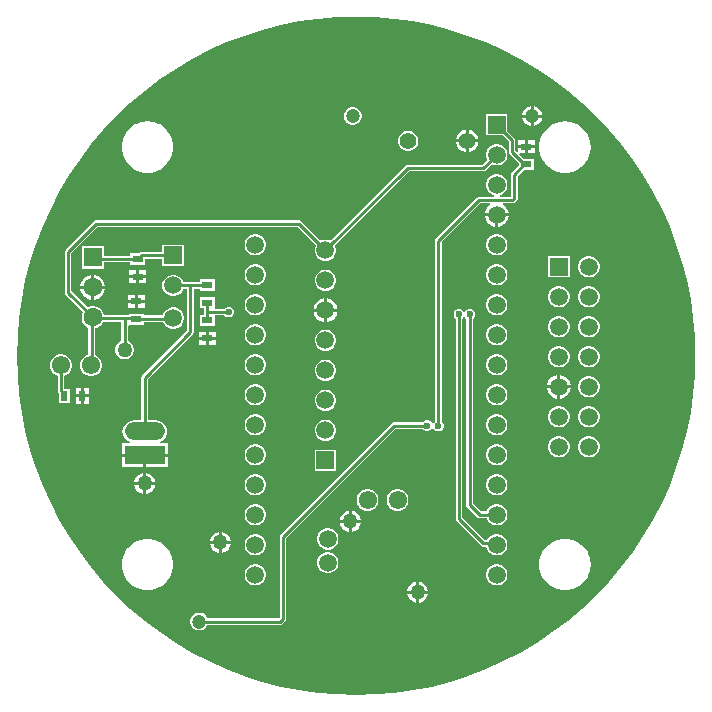
<source format=gbl>
G04*
G04 #@! TF.GenerationSoftware,Altium Limited,Altium Designer,22.7.1 (60)*
G04*
G04 Layer_Physical_Order=2*
G04 Layer_Color=16711680*
%FSLAX44Y44*%
%MOMM*%
G71*
G04*
G04 #@! TF.SameCoordinates,8A5828DB-0F62-4D68-8539-0FC61A56A6C0*
G04*
G04*
G04 #@! TF.FilePolarity,Positive*
G04*
G01*
G75*
%ADD18R,0.6000X0.9000*%
%ADD19R,0.9000X0.6000*%
%ADD44C,0.2540*%
%ADD45R,1.5000X1.5000*%
%ADD46C,1.5000*%
%ADD47C,1.5500*%
%ADD48C,1.2000*%
%ADD49C,1.3980*%
%ADD50R,1.6000X1.6000*%
%ADD51C,1.6000*%
%ADD52C,1.2700*%
%ADD53C,0.6000*%
%ADD54R,3.4000X1.5000*%
%ADD55O,3.4000X1.5000*%
G36*
X306103Y576740D02*
X322155Y575386D01*
X338106Y573134D01*
X353906Y569991D01*
X369505Y565968D01*
X384854Y561076D01*
X399904Y555331D01*
X414608Y548751D01*
X428920Y541357D01*
X442795Y533172D01*
X456190Y524222D01*
X469061Y514536D01*
X481369Y504142D01*
X493075Y493075D01*
X504142Y481369D01*
X514536Y469061D01*
X524222Y456190D01*
X533172Y442795D01*
X541357Y428920D01*
X548751Y414608D01*
X555331Y399904D01*
X561076Y384854D01*
X565968Y369505D01*
X569991Y353906D01*
X573134Y338106D01*
X575386Y322155D01*
X576740Y306103D01*
X577192Y290000D01*
X576740Y273897D01*
X575386Y257845D01*
X573134Y241894D01*
X569991Y226094D01*
X565968Y210495D01*
X561076Y195147D01*
X555331Y180096D01*
X548751Y165392D01*
X541357Y151080D01*
X533172Y137205D01*
X524222Y123810D01*
X514536Y110939D01*
X504142Y98631D01*
X493075Y86925D01*
X481369Y75858D01*
X469061Y65464D01*
X456190Y55778D01*
X442795Y46828D01*
X428920Y38643D01*
X414608Y31249D01*
X399904Y24669D01*
X384854Y18924D01*
X369505Y14032D01*
X353906Y10008D01*
X338106Y6866D01*
X322155Y4614D01*
X306103Y3260D01*
X290000Y2808D01*
X273897Y3260D01*
X257845Y4614D01*
X241894Y6866D01*
X226094Y10008D01*
X210495Y14032D01*
X195147Y18924D01*
X180096Y24669D01*
X165392Y31249D01*
X151080Y38643D01*
X137205Y46828D01*
X123810Y55778D01*
X110939Y65464D01*
X98631Y75858D01*
X86925Y86925D01*
X75858Y98631D01*
X65464Y110939D01*
X55778Y123810D01*
X46828Y137205D01*
X38643Y151080D01*
X31249Y165392D01*
X24669Y180096D01*
X18924Y195147D01*
X14032Y210495D01*
X10008Y226094D01*
X6866Y241894D01*
X4614Y257845D01*
X3260Y273897D01*
X2808Y290000D01*
X3260Y306103D01*
X4614Y322155D01*
X6866Y338106D01*
X10008Y353906D01*
X14032Y369505D01*
X18924Y384854D01*
X24669Y399904D01*
X31249Y414608D01*
X38643Y428920D01*
X46828Y442795D01*
X55778Y456190D01*
X65464Y469061D01*
X75858Y481369D01*
X86925Y493075D01*
X98631Y504142D01*
X110939Y514536D01*
X123810Y524222D01*
X137205Y533172D01*
X151080Y541357D01*
X165392Y548751D01*
X180096Y555331D01*
X195147Y561076D01*
X210495Y565968D01*
X226094Y569991D01*
X241894Y573134D01*
X257845Y575386D01*
X273897Y576740D01*
X290000Y577192D01*
X306103Y576740D01*
D02*
G37*
%LPC*%
G36*
X440270Y501501D02*
Y494270D01*
X447501D01*
X446958Y496296D01*
X445834Y498244D01*
X444244Y499834D01*
X442296Y500958D01*
X440270Y501501D01*
D02*
G37*
G36*
X437730Y501501D02*
X435704Y500958D01*
X433756Y499834D01*
X432166Y498244D01*
X431042Y496296D01*
X430499Y494270D01*
X437730D01*
Y501501D01*
D02*
G37*
G36*
X468750Y488430D02*
X464810D01*
X464654Y488365D01*
X464488Y488398D01*
X460624Y487629D01*
X460484Y487535D01*
X460315D01*
X456675Y486028D01*
X456556Y485908D01*
X456390Y485875D01*
X453114Y483687D01*
X453020Y483546D01*
X452864Y483481D01*
X450079Y480696D01*
X450014Y480540D01*
X449873Y480446D01*
X447685Y477170D01*
X447652Y477004D01*
X447532Y476885D01*
X446025Y473245D01*
Y473076D01*
X445931Y472936D01*
X445162Y469072D01*
X445195Y468906D01*
X445130Y468750D01*
Y464810D01*
X445195Y464654D01*
X445162Y464488D01*
X445931Y460624D01*
X446025Y460484D01*
Y460315D01*
X447532Y456675D01*
X447652Y456556D01*
X447685Y456390D01*
X449873Y453114D01*
X450014Y453020D01*
X450079Y452864D01*
X452864Y450079D01*
X453020Y450014D01*
X453114Y449873D01*
X456390Y447685D01*
X456556Y447652D01*
X456675Y447532D01*
X460315Y446025D01*
X460484D01*
X460624Y445931D01*
X464488Y445162D01*
X464654Y445195D01*
X464810Y445130D01*
X468750D01*
X468906Y445195D01*
X469072Y445162D01*
X472936Y445931D01*
X473076Y446025D01*
X473245D01*
X476885Y447532D01*
X477004Y447652D01*
X477170Y447685D01*
X480446Y449873D01*
X480540Y450014D01*
X480696Y450079D01*
X483481Y452864D01*
X483546Y453020D01*
X483687Y453114D01*
X485875Y456390D01*
X485908Y456556D01*
X486028Y456675D01*
X487535Y460315D01*
Y460484D01*
X487629Y460624D01*
X488398Y464488D01*
X488365Y464654D01*
X488430Y464810D01*
Y468750D01*
X488365Y468906D01*
X488398Y469072D01*
X487629Y472936D01*
X487535Y473076D01*
Y473245D01*
X486028Y476885D01*
X485908Y477004D01*
X485875Y477170D01*
X483687Y480446D01*
X483546Y480540D01*
X483481Y480696D01*
X480696Y483481D01*
X480540Y483546D01*
X480446Y483687D01*
X477170Y485875D01*
X477004Y485908D01*
X476885Y486028D01*
X473245Y487535D01*
X473076D01*
X472936Y487629D01*
X469072Y488398D01*
X468906Y488365D01*
X468750Y488430D01*
D02*
G37*
G36*
X115190D02*
X111250D01*
X111094Y488365D01*
X110928Y488398D01*
X107064Y487629D01*
X106924Y487535D01*
X106755D01*
X103115Y486028D01*
X102996Y485908D01*
X102830Y485875D01*
X99554Y483687D01*
X99460Y483546D01*
X99304Y483481D01*
X96518Y480696D01*
X96454Y480540D01*
X96313Y480446D01*
X94125Y477170D01*
X94092Y477004D01*
X93972Y476885D01*
X92465Y473245D01*
Y473076D01*
X92371Y472936D01*
X91602Y469072D01*
X91635Y468906D01*
X91570Y468750D01*
Y464810D01*
X91635Y464654D01*
X91602Y464488D01*
X92371Y460624D01*
X92465Y460484D01*
Y460315D01*
X93972Y456675D01*
X94092Y456556D01*
X94125Y456390D01*
X96313Y453114D01*
X96454Y453020D01*
X96518Y452864D01*
X99304Y450079D01*
X99460Y450014D01*
X99554Y449873D01*
X102830Y447685D01*
X102996Y447652D01*
X103115Y447532D01*
X106755Y446025D01*
X106924D01*
X107064Y445931D01*
X110928Y445162D01*
X111094Y445195D01*
X111250Y445130D01*
X115190D01*
X115346Y445195D01*
X115512Y445162D01*
X119376Y445931D01*
X119516Y446025D01*
X119685D01*
X123325Y447532D01*
X123444Y447652D01*
X123610Y447685D01*
X126886Y449873D01*
X126980Y450014D01*
X127136Y450079D01*
X129921Y452864D01*
X129986Y453020D01*
X130127Y453114D01*
X132315Y456390D01*
X132348Y456556D01*
X132468Y456675D01*
X133975Y460315D01*
Y460484D01*
X134069Y460624D01*
X134838Y464488D01*
X134805Y464654D01*
X134870Y464810D01*
Y468750D01*
X134805Y468906D01*
X134838Y469072D01*
X134069Y472936D01*
X133975Y473076D01*
Y473245D01*
X132468Y476885D01*
X132348Y477004D01*
X132315Y477170D01*
X130127Y480446D01*
X129986Y480540D01*
X129921Y480696D01*
X127136Y483481D01*
X126980Y483546D01*
X126886Y483687D01*
X123610Y485875D01*
X123444Y485908D01*
X123325Y486028D01*
X119685Y487535D01*
X119516D01*
X119376Y487629D01*
X115512Y488398D01*
X115346Y488365D01*
X115190Y488430D01*
D02*
G37*
G36*
X287991Y500524D02*
X286010D01*
X284096Y500011D01*
X282380Y499021D01*
X280979Y497620D01*
X279989Y495904D01*
X279476Y493991D01*
Y492010D01*
X279989Y490096D01*
X280979Y488380D01*
X282380Y486979D01*
X284096Y485989D01*
X286010Y485476D01*
X287991D01*
X289904Y485989D01*
X291620Y486979D01*
X293021Y488380D01*
X294011Y490096D01*
X294524Y492010D01*
Y493991D01*
X294011Y495904D01*
X293021Y497620D01*
X291620Y499021D01*
X289904Y500011D01*
X287991Y500524D01*
D02*
G37*
G36*
X437730Y491730D02*
X430499D01*
X431042Y489704D01*
X432166Y487756D01*
X433756Y486166D01*
X435704Y485042D01*
X437730Y484499D01*
Y491730D01*
D02*
G37*
G36*
X447501D02*
X440270D01*
Y484499D01*
X442296Y485042D01*
X444244Y486166D01*
X445834Y487756D01*
X446958Y489704D01*
X447501Y491730D01*
D02*
G37*
G36*
X385270Y481526D02*
Y473270D01*
X393526D01*
X392881Y475678D01*
X391626Y477852D01*
X389852Y479626D01*
X387678Y480881D01*
X385270Y481526D01*
D02*
G37*
G36*
X382730D02*
X380322Y480881D01*
X378148Y479626D01*
X376374Y477852D01*
X375119Y475678D01*
X374474Y473270D01*
X382730D01*
Y481526D01*
D02*
G37*
G36*
X441040Y472540D02*
X435270D01*
Y468270D01*
X441040D01*
Y472540D01*
D02*
G37*
G36*
X432730D02*
X426960D01*
Y468270D01*
X432730D01*
Y472540D01*
D02*
G37*
G36*
X335121Y480514D02*
X332879D01*
X330714Y479934D01*
X328772Y478813D01*
X327187Y477228D01*
X326066Y475286D01*
X325486Y473121D01*
Y470879D01*
X326066Y468714D01*
X327187Y466772D01*
X328772Y465187D01*
X330714Y464066D01*
X332879Y463486D01*
X335121D01*
X337286Y464066D01*
X339228Y465187D01*
X340813Y466772D01*
X341934Y468714D01*
X342514Y470879D01*
Y473121D01*
X341934Y475286D01*
X340813Y477228D01*
X339228Y478813D01*
X337286Y479934D01*
X335121Y480514D01*
D02*
G37*
G36*
X382730Y470730D02*
X374474D01*
X375119Y468321D01*
X376374Y466148D01*
X378148Y464374D01*
X380322Y463119D01*
X382730Y462474D01*
Y470730D01*
D02*
G37*
G36*
X393526D02*
X385270D01*
Y462474D01*
X387678Y463119D01*
X389852Y464374D01*
X391626Y466148D01*
X392881Y468321D01*
X393526Y470730D01*
D02*
G37*
G36*
X441040Y465730D02*
X435270D01*
Y461460D01*
X441040D01*
Y465730D01*
D02*
G37*
G36*
X410188Y469224D02*
X407812D01*
X405517Y468609D01*
X403459Y467421D01*
X401779Y465741D01*
X400591Y463683D01*
X399976Y461388D01*
Y459012D01*
X400591Y456717D01*
X400919Y456148D01*
X396620Y451849D01*
X333600D01*
X332510Y451632D01*
X331586Y451014D01*
X331586Y451014D01*
X268052Y387481D01*
X267483Y387809D01*
X265188Y388424D01*
X262812D01*
X260517Y387809D01*
X259948Y387481D01*
X243414Y404014D01*
X242490Y404632D01*
X241400Y404849D01*
X241400Y404849D01*
X70000D01*
X70000Y404849D01*
X68910Y404632D01*
X67986Y404014D01*
X43986Y380014D01*
X43368Y379090D01*
X43151Y378000D01*
X43151Y378000D01*
Y343600D01*
X43151Y343600D01*
X43368Y342510D01*
X43986Y341586D01*
X58553Y327018D01*
X58125Y326276D01*
X57476Y323854D01*
Y321346D01*
X58125Y318924D01*
X59379Y316752D01*
X61152Y314979D01*
X63324Y313725D01*
X63351Y313718D01*
Y291052D01*
X61820Y290642D01*
X59706Y289421D01*
X57979Y287694D01*
X56758Y285580D01*
X56126Y283221D01*
Y280779D01*
X56758Y278420D01*
X57979Y276306D01*
X59706Y274579D01*
X61820Y273358D01*
X64179Y272726D01*
X66621D01*
X68980Y273358D01*
X71094Y274579D01*
X72821Y276306D01*
X74042Y278420D01*
X74674Y280779D01*
Y283221D01*
X74042Y285580D01*
X72821Y287694D01*
X71094Y289421D01*
X69049Y290602D01*
Y313289D01*
X70676Y313725D01*
X72848Y314979D01*
X74621Y316752D01*
X75875Y318924D01*
X75882Y318951D01*
X91151D01*
Y302388D01*
X90961Y302337D01*
X89165Y301301D01*
X87699Y299835D01*
X86663Y298039D01*
X86126Y296037D01*
Y293963D01*
X86663Y291961D01*
X87699Y290165D01*
X89165Y288699D01*
X90961Y287663D01*
X92963Y287126D01*
X95037D01*
X97039Y287663D01*
X98835Y288699D01*
X100301Y290165D01*
X101337Y291961D01*
X101874Y293963D01*
Y296037D01*
X101337Y298039D01*
X100301Y299835D01*
X98835Y301301D01*
X97039Y302337D01*
X96849Y302388D01*
Y315314D01*
X97722Y316222D01*
X110278D01*
Y318651D01*
X126555D01*
X126591Y318517D01*
X127779Y316459D01*
X129459Y314779D01*
X131517Y313591D01*
X133812Y312976D01*
X136188D01*
X138483Y313591D01*
X140541Y314779D01*
X142221Y316459D01*
X143409Y318517D01*
X144024Y320812D01*
Y323188D01*
X143409Y325483D01*
X142221Y327541D01*
X140541Y329221D01*
X138483Y330409D01*
X136188Y331024D01*
X133812D01*
X131517Y330409D01*
X129459Y329221D01*
X127779Y327541D01*
X126591Y325483D01*
X126287Y324349D01*
X110278D01*
Y325778D01*
X97722D01*
Y324649D01*
X76311D01*
X75875Y326276D01*
X74621Y328448D01*
X72848Y330221D01*
X70676Y331475D01*
X68254Y332124D01*
X65746D01*
X63324Y331475D01*
X62582Y331047D01*
X48849Y344780D01*
Y376820D01*
X71180Y399151D01*
X240220D01*
X255919Y383452D01*
X255591Y382883D01*
X254976Y380588D01*
Y378212D01*
X255591Y375917D01*
X256779Y373859D01*
X258459Y372179D01*
X260517Y370991D01*
X262812Y370376D01*
X265188D01*
X267483Y370991D01*
X269541Y372179D01*
X271221Y373859D01*
X272409Y375917D01*
X273024Y378212D01*
Y380588D01*
X272409Y382883D01*
X272081Y383452D01*
X334780Y446151D01*
X397800D01*
X397800Y446151D01*
X398890Y446368D01*
X399814Y446986D01*
X404948Y452119D01*
X405517Y451791D01*
X407812Y451176D01*
X410188D01*
X412483Y451791D01*
X414541Y452979D01*
X416221Y454659D01*
X417409Y456717D01*
X418024Y459012D01*
Y461388D01*
X417409Y463683D01*
X416221Y465741D01*
X414541Y467421D01*
X412483Y468609D01*
X410188Y469224D01*
D02*
G37*
G36*
X418024Y494624D02*
X399976D01*
Y476576D01*
X413995D01*
X419151Y471420D01*
Y462500D01*
X419151Y462500D01*
X419368Y461410D01*
X419986Y460486D01*
X427722Y452749D01*
Y451251D01*
X421986Y445514D01*
X421368Y444590D01*
X421151Y443500D01*
X421151Y443500D01*
Y424849D01*
X411634D01*
X411467Y426119D01*
X412483Y426391D01*
X414541Y427579D01*
X416221Y429259D01*
X417409Y431317D01*
X418024Y433612D01*
Y435988D01*
X417409Y438283D01*
X416221Y440341D01*
X414541Y442021D01*
X412483Y443209D01*
X410188Y443824D01*
X407812D01*
X405517Y443209D01*
X403459Y442021D01*
X401779Y440341D01*
X400591Y438283D01*
X399976Y435988D01*
Y433612D01*
X400591Y431317D01*
X401779Y429259D01*
X403459Y427579D01*
X405517Y426391D01*
X406533Y426119D01*
X406366Y424849D01*
X394000D01*
X394000Y424849D01*
X392910Y424632D01*
X391986Y424014D01*
X357486Y389514D01*
X356868Y388590D01*
X356651Y387500D01*
X356651Y387500D01*
Y234049D01*
X355665Y233063D01*
X355541Y232764D01*
X354166D01*
X353835Y233563D01*
X352563Y234835D01*
X350900Y235524D01*
X349100D01*
X347437Y234835D01*
X346451Y233849D01*
X322000D01*
X322000Y233849D01*
X320910Y233632D01*
X319986Y233014D01*
X319986Y233014D01*
X225986Y139014D01*
X225368Y138090D01*
X225151Y137000D01*
X225151Y137000D01*
Y68668D01*
X224332Y67849D01*
X164026D01*
X164011Y67904D01*
X163021Y69620D01*
X161620Y71021D01*
X159904Y72011D01*
X157991Y72524D01*
X156009D01*
X154096Y72011D01*
X152380Y71021D01*
X150979Y69620D01*
X149989Y67904D01*
X149476Y65991D01*
Y64009D01*
X149989Y62096D01*
X150979Y60380D01*
X152380Y58979D01*
X154096Y57989D01*
X156009Y57476D01*
X157991D01*
X159904Y57989D01*
X161620Y58979D01*
X163021Y60380D01*
X164011Y62096D01*
X164026Y62151D01*
X225512D01*
X225512Y62151D01*
X226602Y62368D01*
X227526Y62986D01*
X230014Y65473D01*
X230014Y65473D01*
X230632Y66398D01*
X230849Y67488D01*
X230849Y67488D01*
Y135820D01*
X323180Y228151D01*
X346451D01*
X347437Y227165D01*
X349100Y226476D01*
X350900D01*
X352563Y227165D01*
X353835Y228437D01*
X353959Y228736D01*
X355334D01*
X355665Y227937D01*
X356937Y226665D01*
X358600Y225976D01*
X360400D01*
X362063Y226665D01*
X363335Y227937D01*
X364024Y229600D01*
Y231400D01*
X363335Y233063D01*
X362349Y234049D01*
Y386320D01*
X395180Y419151D01*
X403270D01*
X403610Y417881D01*
X402835Y417434D01*
X400966Y415565D01*
X399644Y413275D01*
X398960Y410722D01*
Y410670D01*
X409000D01*
X419040D01*
Y410722D01*
X418356Y413275D01*
X417034Y415565D01*
X415165Y417434D01*
X414390Y417881D01*
X414730Y419151D01*
X422512D01*
X422512Y419151D01*
X423602Y419368D01*
X424526Y419986D01*
X426014Y421474D01*
X426014Y421474D01*
X426632Y422398D01*
X426849Y423488D01*
Y442320D01*
X431751Y447222D01*
X440278D01*
Y456778D01*
X431751D01*
X428242Y460287D01*
X428728Y461460D01*
X432730D01*
Y465730D01*
X426960D01*
Y463228D01*
X425787Y462742D01*
X424849Y463680D01*
Y472600D01*
X424849Y472600D01*
X424632Y473690D01*
X424014Y474614D01*
X418024Y480605D01*
Y494624D01*
D02*
G37*
G36*
X419040Y408130D02*
X410270D01*
Y399360D01*
X410322D01*
X412875Y400044D01*
X415165Y401366D01*
X417034Y403235D01*
X418356Y405525D01*
X419040Y408078D01*
Y408130D01*
D02*
G37*
G36*
X407730D02*
X398960D01*
Y408078D01*
X399644Y405525D01*
X400966Y403235D01*
X402835Y401366D01*
X405125Y400044D01*
X407678Y399360D01*
X407730D01*
Y408130D01*
D02*
G37*
G36*
X410188Y393024D02*
X407812D01*
X405517Y392409D01*
X403459Y391221D01*
X401779Y389541D01*
X400591Y387483D01*
X399976Y385188D01*
Y382812D01*
X400591Y380517D01*
X401779Y378459D01*
X403459Y376779D01*
X405517Y375591D01*
X407812Y374976D01*
X410188D01*
X412483Y375591D01*
X414541Y376779D01*
X416221Y378459D01*
X417409Y380517D01*
X418024Y382812D01*
Y385188D01*
X417409Y387483D01*
X416221Y389541D01*
X414541Y391221D01*
X412483Y392409D01*
X410188Y393024D01*
D02*
G37*
G36*
X205718D02*
X203342D01*
X201047Y392409D01*
X198989Y391221D01*
X197309Y389541D01*
X196121Y387483D01*
X195506Y385188D01*
Y382812D01*
X196121Y380517D01*
X197309Y378459D01*
X198989Y376779D01*
X201047Y375591D01*
X203342Y374976D01*
X205718D01*
X208013Y375591D01*
X210071Y376779D01*
X211751Y378459D01*
X212939Y380517D01*
X213554Y382812D01*
Y385188D01*
X212939Y387483D01*
X211751Y389541D01*
X210071Y391221D01*
X208013Y392409D01*
X205718Y393024D01*
D02*
G37*
G36*
X144024Y384024D02*
X125976D01*
Y377849D01*
X108500D01*
X107410Y377632D01*
X106486Y377014D01*
X106486Y377014D01*
X106249Y376778D01*
X98722D01*
Y374849D01*
X76524D01*
Y382924D01*
X57476D01*
Y363876D01*
X76524D01*
Y369151D01*
X98722D01*
Y367222D01*
X111278D01*
Y372151D01*
X125976D01*
Y365976D01*
X144024D01*
Y384024D01*
D02*
G37*
G36*
X112040Y362540D02*
X106270D01*
Y358270D01*
X112040D01*
Y362540D01*
D02*
G37*
G36*
X103730D02*
X97960D01*
Y358270D01*
X103730D01*
Y362540D01*
D02*
G37*
G36*
X488188Y374424D02*
X485812D01*
X483517Y373809D01*
X481459Y372621D01*
X479779Y370941D01*
X478591Y368883D01*
X477976Y366588D01*
Y364212D01*
X478591Y361917D01*
X479779Y359859D01*
X481459Y358179D01*
X483517Y356991D01*
X485812Y356376D01*
X488188D01*
X490483Y356991D01*
X492541Y358179D01*
X494221Y359859D01*
X495409Y361917D01*
X496024Y364212D01*
Y366588D01*
X495409Y368883D01*
X494221Y370941D01*
X492541Y372621D01*
X490483Y373809D01*
X488188Y374424D01*
D02*
G37*
G36*
X470624D02*
X452576D01*
Y356376D01*
X470624D01*
Y374424D01*
D02*
G37*
G36*
X112040Y355730D02*
X106270D01*
Y351460D01*
X112040D01*
Y355730D01*
D02*
G37*
G36*
X103730D02*
X97960D01*
Y351460D01*
X103730D01*
Y355730D01*
D02*
G37*
G36*
X410188Y367624D02*
X407812D01*
X405517Y367009D01*
X403459Y365821D01*
X401779Y364141D01*
X400591Y362083D01*
X399976Y359788D01*
Y357412D01*
X400591Y355117D01*
X401779Y353059D01*
X403459Y351379D01*
X405517Y350191D01*
X407812Y349576D01*
X410188D01*
X412483Y350191D01*
X414541Y351379D01*
X416221Y353059D01*
X417409Y355117D01*
X418024Y357412D01*
Y359788D01*
X417409Y362083D01*
X416221Y364141D01*
X414541Y365821D01*
X412483Y367009D01*
X410188Y367624D01*
D02*
G37*
G36*
X205718D02*
X203342D01*
X201047Y367009D01*
X198989Y365821D01*
X197309Y364141D01*
X196121Y362083D01*
X195506Y359788D01*
Y357412D01*
X196121Y355117D01*
X197309Y353059D01*
X198989Y351379D01*
X201047Y350191D01*
X203342Y349576D01*
X205718D01*
X208013Y350191D01*
X210071Y351379D01*
X211751Y353059D01*
X212939Y355117D01*
X213554Y357412D01*
Y359788D01*
X212939Y362083D01*
X211751Y364141D01*
X210071Y365821D01*
X208013Y367009D01*
X205718Y367624D01*
D02*
G37*
G36*
X68388Y358540D02*
X68270D01*
Y349270D01*
X77540D01*
Y349388D01*
X76822Y352068D01*
X75434Y354472D01*
X73472Y356434D01*
X71068Y357822D01*
X68388Y358540D01*
D02*
G37*
G36*
X65730D02*
X65612D01*
X62932Y357822D01*
X60528Y356434D01*
X58566Y354472D01*
X57178Y352068D01*
X56460Y349388D01*
Y349270D01*
X65730D01*
Y358540D01*
D02*
G37*
G36*
X136188Y358624D02*
X133812D01*
X131517Y358009D01*
X129459Y356821D01*
X127779Y355141D01*
X126591Y353083D01*
X125976Y350788D01*
Y348412D01*
X126591Y346117D01*
X127779Y344059D01*
X129459Y342379D01*
X131517Y341191D01*
X133812Y340576D01*
X136188D01*
X138483Y341191D01*
X140541Y342379D01*
X142221Y344059D01*
X143409Y346117D01*
X143633Y346951D01*
X146651D01*
Y311208D01*
X108986Y273542D01*
X108368Y272618D01*
X108151Y271528D01*
X108151Y271528D01*
Y235358D01*
X101500D01*
X99078Y235039D01*
X96821Y234104D01*
X94883Y232617D01*
X93396Y230679D01*
X92461Y228422D01*
X92142Y226000D01*
X92461Y223578D01*
X93396Y221321D01*
X94883Y219383D01*
X96821Y217896D01*
X98235Y217310D01*
X97982Y216040D01*
X91460D01*
Y207270D01*
X111000D01*
X130540D01*
Y216040D01*
X124018D01*
X123765Y217310D01*
X125179Y217896D01*
X127117Y219383D01*
X128604Y221321D01*
X129539Y223578D01*
X129858Y226000D01*
X129539Y228422D01*
X128604Y230679D01*
X127117Y232617D01*
X125179Y234104D01*
X122922Y235039D01*
X120500Y235358D01*
X113849D01*
Y270348D01*
X151514Y308013D01*
X151514Y308013D01*
X152132Y308938D01*
X152349Y310028D01*
Y346951D01*
X157722D01*
Y345222D01*
X170278D01*
Y354778D01*
X157722D01*
Y352649D01*
X143525D01*
X143409Y353083D01*
X142221Y355141D01*
X140541Y356821D01*
X138483Y358009D01*
X136188Y358624D01*
D02*
G37*
G36*
X265188Y363024D02*
X262812D01*
X260517Y362409D01*
X258459Y361221D01*
X256779Y359541D01*
X255591Y357483D01*
X254976Y355188D01*
Y352812D01*
X255591Y350517D01*
X256779Y348459D01*
X258459Y346779D01*
X260517Y345591D01*
X262812Y344976D01*
X265188D01*
X267483Y345591D01*
X269541Y346779D01*
X271221Y348459D01*
X272409Y350517D01*
X273024Y352812D01*
Y355188D01*
X272409Y357483D01*
X271221Y359541D01*
X269541Y361221D01*
X267483Y362409D01*
X265188Y363024D01*
D02*
G37*
G36*
X77540Y346730D02*
X68270D01*
Y337460D01*
X68388D01*
X71068Y338178D01*
X73472Y339566D01*
X75434Y341528D01*
X76822Y343932D01*
X77540Y346612D01*
Y346730D01*
D02*
G37*
G36*
X65730D02*
X56460D01*
Y346612D01*
X57178Y343932D01*
X58566Y341528D01*
X60528Y339566D01*
X62932Y338178D01*
X65612Y337460D01*
X65730D01*
Y346730D01*
D02*
G37*
G36*
X111040Y341540D02*
X105270D01*
Y337270D01*
X111040D01*
Y341540D01*
D02*
G37*
G36*
X102730D02*
X96960D01*
Y337270D01*
X102730D01*
Y341540D01*
D02*
G37*
G36*
X488188Y349024D02*
X485812D01*
X483517Y348409D01*
X481459Y347221D01*
X479779Y345541D01*
X478591Y343483D01*
X477976Y341188D01*
Y338812D01*
X478591Y336517D01*
X479779Y334459D01*
X481459Y332779D01*
X483517Y331591D01*
X485812Y330976D01*
X488188D01*
X490483Y331591D01*
X492541Y332779D01*
X494221Y334459D01*
X495409Y336517D01*
X496024Y338812D01*
Y341188D01*
X495409Y343483D01*
X494221Y345541D01*
X492541Y347221D01*
X490483Y348409D01*
X488188Y349024D01*
D02*
G37*
G36*
X462788D02*
X460412D01*
X458117Y348409D01*
X456059Y347221D01*
X454379Y345541D01*
X453191Y343483D01*
X452576Y341188D01*
Y338812D01*
X453191Y336517D01*
X454379Y334459D01*
X456059Y332779D01*
X458117Y331591D01*
X460412Y330976D01*
X462788D01*
X465083Y331591D01*
X467141Y332779D01*
X468821Y334459D01*
X470009Y336517D01*
X470624Y338812D01*
Y341188D01*
X470009Y343483D01*
X468821Y345541D01*
X467141Y347221D01*
X465083Y348409D01*
X462788Y349024D01*
D02*
G37*
G36*
X111040Y334730D02*
X105270D01*
Y330460D01*
X111040D01*
Y334730D01*
D02*
G37*
G36*
X102730D02*
X96960D01*
Y330460D01*
X102730D01*
Y334730D01*
D02*
G37*
G36*
X265322Y338640D02*
X265270D01*
Y329870D01*
X274040D01*
Y329922D01*
X273356Y332475D01*
X272034Y334765D01*
X270165Y336634D01*
X267875Y337956D01*
X265322Y338640D01*
D02*
G37*
G36*
X262730D02*
X262678D01*
X260125Y337956D01*
X257835Y336634D01*
X255966Y334765D01*
X254644Y332475D01*
X253960Y329922D01*
Y329870D01*
X262730D01*
Y338640D01*
D02*
G37*
G36*
X386900Y329524D02*
X385100D01*
X383437Y328835D01*
X382165Y327563D01*
X382135Y327491D01*
X380865D01*
X380835Y327563D01*
X379563Y328835D01*
X377900Y329524D01*
X376100D01*
X374437Y328835D01*
X373165Y327563D01*
X372476Y325900D01*
Y324100D01*
X373165Y322437D01*
X374151Y321451D01*
Y152000D01*
X374151Y152000D01*
X374368Y150910D01*
X374986Y149986D01*
X395676Y129296D01*
X395676Y129296D01*
X396600Y128678D01*
X397690Y128461D01*
X400070D01*
X400591Y126517D01*
X401779Y124459D01*
X403459Y122779D01*
X405517Y121591D01*
X407812Y120976D01*
X410188D01*
X412483Y121591D01*
X414541Y122779D01*
X416221Y124459D01*
X417409Y126517D01*
X418024Y128812D01*
Y131188D01*
X417409Y133483D01*
X416221Y135541D01*
X414541Y137221D01*
X412483Y138409D01*
X410188Y139024D01*
X407812D01*
X405517Y138409D01*
X403459Y137221D01*
X401779Y135541D01*
X400981Y134159D01*
X398870D01*
X379849Y153180D01*
Y321451D01*
X380835Y322437D01*
X380865Y322509D01*
X382135D01*
X382165Y322437D01*
X383151Y321451D01*
Y164000D01*
X383151Y164000D01*
X383368Y162910D01*
X383986Y161986D01*
X392586Y153386D01*
X393510Y152768D01*
X394600Y152551D01*
X394600Y152551D01*
X400421D01*
X400591Y151917D01*
X401779Y149859D01*
X403459Y148179D01*
X405517Y146991D01*
X407812Y146376D01*
X410188D01*
X412483Y146991D01*
X414541Y148179D01*
X416221Y149859D01*
X417409Y151917D01*
X418024Y154212D01*
Y156588D01*
X417409Y158883D01*
X416221Y160941D01*
X414541Y162621D01*
X412483Y163809D01*
X410188Y164424D01*
X407812D01*
X405517Y163809D01*
X403459Y162621D01*
X401779Y160941D01*
X400591Y158883D01*
X400421Y158249D01*
X395780D01*
X388849Y165180D01*
Y321451D01*
X389835Y322437D01*
X390524Y324100D01*
Y325900D01*
X389835Y327563D01*
X388563Y328835D01*
X386900Y329524D01*
D02*
G37*
G36*
X410188Y342224D02*
X407812D01*
X405517Y341609D01*
X403459Y340421D01*
X401779Y338741D01*
X400591Y336683D01*
X399976Y334388D01*
Y332012D01*
X400591Y329717D01*
X401779Y327659D01*
X403459Y325979D01*
X405517Y324791D01*
X407812Y324176D01*
X410188D01*
X412483Y324791D01*
X414541Y325979D01*
X416221Y327659D01*
X417409Y329717D01*
X418024Y332012D01*
Y334388D01*
X417409Y336683D01*
X416221Y338741D01*
X414541Y340421D01*
X412483Y341609D01*
X410188Y342224D01*
D02*
G37*
G36*
X205718D02*
X203342D01*
X201047Y341609D01*
X198989Y340421D01*
X197309Y338741D01*
X196121Y336683D01*
X195506Y334388D01*
Y332012D01*
X196121Y329717D01*
X197309Y327659D01*
X198989Y325979D01*
X201047Y324791D01*
X203342Y324176D01*
X205718D01*
X208013Y324791D01*
X210071Y325979D01*
X211751Y327659D01*
X212939Y329717D01*
X213554Y332012D01*
Y334388D01*
X212939Y336683D01*
X211751Y338741D01*
X210071Y340421D01*
X208013Y341609D01*
X205718Y342224D01*
D02*
G37*
G36*
X170278Y339778D02*
X157722D01*
Y330222D01*
X161151D01*
Y327500D01*
X161151Y327500D01*
X161151Y327500D01*
Y324778D01*
X157722D01*
Y315222D01*
X170278D01*
Y324151D01*
X178451D01*
X179437Y323165D01*
X181100Y322476D01*
X182900D01*
X184563Y323165D01*
X185835Y324437D01*
X186524Y326100D01*
Y327900D01*
X185835Y329563D01*
X184563Y330835D01*
X182900Y331524D01*
X181100D01*
X179437Y330835D01*
X178451Y329849D01*
X171393D01*
X170278Y330222D01*
Y339778D01*
D02*
G37*
G36*
X274040Y327330D02*
X265270D01*
Y318560D01*
X265322D01*
X267875Y319244D01*
X270165Y320566D01*
X272034Y322435D01*
X273356Y324725D01*
X274040Y327278D01*
Y327330D01*
D02*
G37*
G36*
X262730D02*
X253960D01*
Y327278D01*
X254644Y324725D01*
X255966Y322435D01*
X257835Y320566D01*
X260125Y319244D01*
X262678Y318560D01*
X262730D01*
Y327330D01*
D02*
G37*
G36*
X171040Y310540D02*
X165270D01*
Y306270D01*
X171040D01*
Y310540D01*
D02*
G37*
G36*
X162730D02*
X156960D01*
Y306270D01*
X162730D01*
Y310540D01*
D02*
G37*
G36*
X488188Y323624D02*
X485812D01*
X483517Y323009D01*
X481459Y321821D01*
X479779Y320141D01*
X478591Y318083D01*
X477976Y315788D01*
Y313412D01*
X478591Y311117D01*
X479779Y309059D01*
X481459Y307379D01*
X483517Y306191D01*
X485812Y305576D01*
X488188D01*
X490483Y306191D01*
X492541Y307379D01*
X494221Y309059D01*
X495409Y311117D01*
X496024Y313412D01*
Y315788D01*
X495409Y318083D01*
X494221Y320141D01*
X492541Y321821D01*
X490483Y323009D01*
X488188Y323624D01*
D02*
G37*
G36*
X462788D02*
X460412D01*
X458117Y323009D01*
X456059Y321821D01*
X454379Y320141D01*
X453191Y318083D01*
X452576Y315788D01*
Y313412D01*
X453191Y311117D01*
X454379Y309059D01*
X456059Y307379D01*
X458117Y306191D01*
X460412Y305576D01*
X462788D01*
X465083Y306191D01*
X467141Y307379D01*
X468821Y309059D01*
X470009Y311117D01*
X470624Y313412D01*
Y315788D01*
X470009Y318083D01*
X468821Y320141D01*
X467141Y321821D01*
X465083Y323009D01*
X462788Y323624D01*
D02*
G37*
G36*
X171040Y303730D02*
X165270D01*
Y299460D01*
X171040D01*
Y303730D01*
D02*
G37*
G36*
X162730D02*
X156960D01*
Y299460D01*
X162730D01*
Y303730D01*
D02*
G37*
G36*
X410188Y316824D02*
X407812D01*
X405517Y316209D01*
X403459Y315021D01*
X401779Y313341D01*
X400591Y311283D01*
X399976Y308988D01*
Y306612D01*
X400591Y304317D01*
X401779Y302259D01*
X403459Y300579D01*
X405517Y299391D01*
X407812Y298776D01*
X410188D01*
X412483Y299391D01*
X414541Y300579D01*
X416221Y302259D01*
X417409Y304317D01*
X418024Y306612D01*
Y308988D01*
X417409Y311283D01*
X416221Y313341D01*
X414541Y315021D01*
X412483Y316209D01*
X410188Y316824D01*
D02*
G37*
G36*
X205718D02*
X203342D01*
X201047Y316209D01*
X198989Y315021D01*
X197309Y313341D01*
X196121Y311283D01*
X195506Y308988D01*
Y306612D01*
X196121Y304317D01*
X197309Y302259D01*
X198989Y300579D01*
X201047Y299391D01*
X203342Y298776D01*
X205718D01*
X208013Y299391D01*
X210071Y300579D01*
X211751Y302259D01*
X212939Y304317D01*
X213554Y306612D01*
Y308988D01*
X212939Y311283D01*
X211751Y313341D01*
X210071Y315021D01*
X208013Y316209D01*
X205718Y316824D01*
D02*
G37*
G36*
X265188Y312224D02*
X262812D01*
X260517Y311609D01*
X258459Y310421D01*
X256779Y308741D01*
X255591Y306683D01*
X254976Y304388D01*
Y302012D01*
X255591Y299717D01*
X256779Y297659D01*
X258459Y295979D01*
X260517Y294791D01*
X262812Y294176D01*
X265188D01*
X267483Y294791D01*
X269541Y295979D01*
X271221Y297659D01*
X272409Y299717D01*
X273024Y302012D01*
Y304388D01*
X272409Y306683D01*
X271221Y308741D01*
X269541Y310421D01*
X267483Y311609D01*
X265188Y312224D01*
D02*
G37*
G36*
X488188Y298224D02*
X485812D01*
X483517Y297609D01*
X481459Y296421D01*
X479779Y294741D01*
X478591Y292683D01*
X477976Y290388D01*
Y288012D01*
X478591Y285717D01*
X479779Y283659D01*
X481459Y281979D01*
X483517Y280791D01*
X485812Y280176D01*
X488188D01*
X490483Y280791D01*
X492541Y281979D01*
X494221Y283659D01*
X495409Y285717D01*
X496024Y288012D01*
Y290388D01*
X495409Y292683D01*
X494221Y294741D01*
X492541Y296421D01*
X490483Y297609D01*
X488188Y298224D01*
D02*
G37*
G36*
X462788D02*
X460412D01*
X458117Y297609D01*
X456059Y296421D01*
X454379Y294741D01*
X453191Y292683D01*
X452576Y290388D01*
Y288012D01*
X453191Y285717D01*
X454379Y283659D01*
X456059Y281979D01*
X458117Y280791D01*
X460412Y280176D01*
X462788D01*
X465083Y280791D01*
X467141Y281979D01*
X468821Y283659D01*
X470009Y285717D01*
X470624Y288012D01*
Y290388D01*
X470009Y292683D01*
X468821Y294741D01*
X467141Y296421D01*
X465083Y297609D01*
X462788Y298224D01*
D02*
G37*
G36*
X410188Y291424D02*
X407812D01*
X405517Y290809D01*
X403459Y289621D01*
X401779Y287941D01*
X400591Y285883D01*
X399976Y283588D01*
Y281212D01*
X400591Y278917D01*
X401779Y276859D01*
X403459Y275179D01*
X405517Y273991D01*
X407812Y273376D01*
X410188D01*
X412483Y273991D01*
X414541Y275179D01*
X416221Y276859D01*
X417409Y278917D01*
X418024Y281212D01*
Y283588D01*
X417409Y285883D01*
X416221Y287941D01*
X414541Y289621D01*
X412483Y290809D01*
X410188Y291424D01*
D02*
G37*
G36*
X205718D02*
X203342D01*
X201047Y290809D01*
X198989Y289621D01*
X197309Y287941D01*
X196121Y285883D01*
X195506Y283588D01*
Y281212D01*
X196121Y278917D01*
X197309Y276859D01*
X198989Y275179D01*
X201047Y273991D01*
X203342Y273376D01*
X205718D01*
X208013Y273991D01*
X210071Y275179D01*
X211751Y276859D01*
X212939Y278917D01*
X213554Y281212D01*
Y283588D01*
X212939Y285883D01*
X211751Y287941D01*
X210071Y289621D01*
X208013Y290809D01*
X205718Y291424D01*
D02*
G37*
G36*
X265188Y286824D02*
X262812D01*
X260517Y286209D01*
X258459Y285021D01*
X256779Y283341D01*
X255591Y281283D01*
X254976Y278988D01*
Y276612D01*
X255591Y274317D01*
X256779Y272259D01*
X258459Y270579D01*
X260517Y269391D01*
X262812Y268776D01*
X265188D01*
X267483Y269391D01*
X269541Y270579D01*
X271221Y272259D01*
X272409Y274317D01*
X273024Y276612D01*
Y278988D01*
X272409Y281283D01*
X271221Y283341D01*
X269541Y285021D01*
X267483Y286209D01*
X265188Y286824D01*
D02*
G37*
G36*
X462922Y273840D02*
X462870D01*
Y265070D01*
X471640D01*
Y265122D01*
X470956Y267675D01*
X469634Y269965D01*
X467765Y271834D01*
X465475Y273156D01*
X462922Y273840D01*
D02*
G37*
G36*
X460330D02*
X460278D01*
X457725Y273156D01*
X455435Y271834D01*
X453566Y269965D01*
X452244Y267675D01*
X451560Y265122D01*
Y265070D01*
X460330D01*
Y273840D01*
D02*
G37*
G36*
X63540Y263040D02*
X59270D01*
Y257270D01*
X63540D01*
Y263040D01*
D02*
G37*
G36*
X56730D02*
X52460D01*
Y257270D01*
X56730D01*
Y263040D01*
D02*
G37*
G36*
X488188Y272824D02*
X485812D01*
X483517Y272209D01*
X481459Y271021D01*
X479779Y269341D01*
X478591Y267283D01*
X477976Y264988D01*
Y262612D01*
X478591Y260317D01*
X479779Y258259D01*
X481459Y256579D01*
X483517Y255391D01*
X485812Y254776D01*
X488188D01*
X490483Y255391D01*
X492541Y256579D01*
X494221Y258259D01*
X495409Y260317D01*
X496024Y262612D01*
Y264988D01*
X495409Y267283D01*
X494221Y269341D01*
X492541Y271021D01*
X490483Y272209D01*
X488188Y272824D01*
D02*
G37*
G36*
X471640Y262530D02*
X462870D01*
Y253760D01*
X462922D01*
X465475Y254444D01*
X467765Y255766D01*
X469634Y257635D01*
X470956Y259925D01*
X471640Y262478D01*
Y262530D01*
D02*
G37*
G36*
X460330D02*
X451560D01*
Y262478D01*
X452244Y259925D01*
X453566Y257635D01*
X455435Y255766D01*
X457725Y254444D01*
X460278Y253760D01*
X460330D01*
Y262530D01*
D02*
G37*
G36*
X41221Y291274D02*
X38779D01*
X36420Y290642D01*
X34306Y289421D01*
X32579Y287694D01*
X31358Y285580D01*
X30726Y283221D01*
Y280779D01*
X31358Y278420D01*
X32579Y276306D01*
X34306Y274579D01*
X36420Y273358D01*
X37151Y273162D01*
Y260500D01*
X37151Y260500D01*
X37368Y259410D01*
X37986Y258486D01*
X38222Y258249D01*
Y249722D01*
X47778D01*
Y262278D01*
X42849D01*
Y273162D01*
X43580Y273358D01*
X45694Y274579D01*
X47421Y276306D01*
X48642Y278420D01*
X49274Y280779D01*
Y283221D01*
X48642Y285580D01*
X47421Y287694D01*
X45694Y289421D01*
X43580Y290642D01*
X41221Y291274D01*
D02*
G37*
G36*
X63540Y254730D02*
X59270D01*
Y248960D01*
X63540D01*
Y254730D01*
D02*
G37*
G36*
X56730D02*
X52460D01*
Y248960D01*
X56730D01*
Y254730D01*
D02*
G37*
G36*
X410188Y266024D02*
X407812D01*
X405517Y265409D01*
X403459Y264221D01*
X401779Y262541D01*
X400591Y260483D01*
X399976Y258188D01*
Y255812D01*
X400591Y253517D01*
X401779Y251459D01*
X403459Y249779D01*
X405517Y248591D01*
X407812Y247976D01*
X410188D01*
X412483Y248591D01*
X414541Y249779D01*
X416221Y251459D01*
X417409Y253517D01*
X418024Y255812D01*
Y258188D01*
X417409Y260483D01*
X416221Y262541D01*
X414541Y264221D01*
X412483Y265409D01*
X410188Y266024D01*
D02*
G37*
G36*
X205718D02*
X203342D01*
X201047Y265409D01*
X198989Y264221D01*
X197309Y262541D01*
X196121Y260483D01*
X195506Y258188D01*
Y255812D01*
X196121Y253517D01*
X197309Y251459D01*
X198989Y249779D01*
X201047Y248591D01*
X203342Y247976D01*
X205718D01*
X208013Y248591D01*
X210071Y249779D01*
X211751Y251459D01*
X212939Y253517D01*
X213554Y255812D01*
Y258188D01*
X212939Y260483D01*
X211751Y262541D01*
X210071Y264221D01*
X208013Y265409D01*
X205718Y266024D01*
D02*
G37*
G36*
X265188Y261424D02*
X262812D01*
X260517Y260809D01*
X258459Y259621D01*
X256779Y257941D01*
X255591Y255883D01*
X254976Y253588D01*
Y251212D01*
X255591Y248917D01*
X256779Y246859D01*
X258459Y245179D01*
X260517Y243991D01*
X262812Y243376D01*
X265188D01*
X267483Y243991D01*
X269541Y245179D01*
X271221Y246859D01*
X272409Y248917D01*
X273024Y251212D01*
Y253588D01*
X272409Y255883D01*
X271221Y257941D01*
X269541Y259621D01*
X267483Y260809D01*
X265188Y261424D01*
D02*
G37*
G36*
X488188Y247424D02*
X485812D01*
X483517Y246809D01*
X481459Y245621D01*
X479779Y243941D01*
X478591Y241883D01*
X477976Y239588D01*
Y237212D01*
X478591Y234917D01*
X479779Y232859D01*
X481459Y231179D01*
X483517Y229991D01*
X485812Y229376D01*
X488188D01*
X490483Y229991D01*
X492541Y231179D01*
X494221Y232859D01*
X495409Y234917D01*
X496024Y237212D01*
Y239588D01*
X495409Y241883D01*
X494221Y243941D01*
X492541Y245621D01*
X490483Y246809D01*
X488188Y247424D01*
D02*
G37*
G36*
X462788D02*
X460412D01*
X458117Y246809D01*
X456059Y245621D01*
X454379Y243941D01*
X453191Y241883D01*
X452576Y239588D01*
Y237212D01*
X453191Y234917D01*
X454379Y232859D01*
X456059Y231179D01*
X458117Y229991D01*
X460412Y229376D01*
X462788D01*
X465083Y229991D01*
X467141Y231179D01*
X468821Y232859D01*
X470009Y234917D01*
X470624Y237212D01*
Y239588D01*
X470009Y241883D01*
X468821Y243941D01*
X467141Y245621D01*
X465083Y246809D01*
X462788Y247424D01*
D02*
G37*
G36*
X410188Y240624D02*
X407812D01*
X405517Y240009D01*
X403459Y238821D01*
X401779Y237141D01*
X400591Y235083D01*
X399976Y232788D01*
Y230412D01*
X400591Y228117D01*
X401779Y226059D01*
X403459Y224379D01*
X405517Y223191D01*
X407812Y222576D01*
X410188D01*
X412483Y223191D01*
X414541Y224379D01*
X416221Y226059D01*
X417409Y228117D01*
X418024Y230412D01*
Y232788D01*
X417409Y235083D01*
X416221Y237141D01*
X414541Y238821D01*
X412483Y240009D01*
X410188Y240624D01*
D02*
G37*
G36*
X205718D02*
X203342D01*
X201047Y240009D01*
X198989Y238821D01*
X197309Y237141D01*
X196121Y235083D01*
X195506Y232788D01*
Y230412D01*
X196121Y228117D01*
X197309Y226059D01*
X198989Y224379D01*
X201047Y223191D01*
X203342Y222576D01*
X205718D01*
X208013Y223191D01*
X210071Y224379D01*
X211751Y226059D01*
X212939Y228117D01*
X213554Y230412D01*
Y232788D01*
X212939Y235083D01*
X211751Y237141D01*
X210071Y238821D01*
X208013Y240009D01*
X205718Y240624D01*
D02*
G37*
G36*
X265188Y236024D02*
X262812D01*
X260517Y235409D01*
X258459Y234221D01*
X256779Y232541D01*
X255591Y230483D01*
X254976Y228188D01*
Y225812D01*
X255591Y223517D01*
X256779Y221459D01*
X258459Y219779D01*
X260517Y218591D01*
X262812Y217976D01*
X265188D01*
X267483Y218591D01*
X269541Y219779D01*
X271221Y221459D01*
X272409Y223517D01*
X273024Y225812D01*
Y228188D01*
X272409Y230483D01*
X271221Y232541D01*
X269541Y234221D01*
X267483Y235409D01*
X265188Y236024D01*
D02*
G37*
G36*
X488188Y222024D02*
X485812D01*
X483517Y221409D01*
X481459Y220221D01*
X479779Y218541D01*
X478591Y216483D01*
X477976Y214188D01*
Y211812D01*
X478591Y209517D01*
X479779Y207459D01*
X481459Y205779D01*
X483517Y204591D01*
X485812Y203976D01*
X488188D01*
X490483Y204591D01*
X492541Y205779D01*
X494221Y207459D01*
X495409Y209517D01*
X496024Y211812D01*
Y214188D01*
X495409Y216483D01*
X494221Y218541D01*
X492541Y220221D01*
X490483Y221409D01*
X488188Y222024D01*
D02*
G37*
G36*
X462788D02*
X460412D01*
X458117Y221409D01*
X456059Y220221D01*
X454379Y218541D01*
X453191Y216483D01*
X452576Y214188D01*
Y211812D01*
X453191Y209517D01*
X454379Y207459D01*
X456059Y205779D01*
X458117Y204591D01*
X460412Y203976D01*
X462788D01*
X465083Y204591D01*
X467141Y205779D01*
X468821Y207459D01*
X470009Y209517D01*
X470624Y211812D01*
Y214188D01*
X470009Y216483D01*
X468821Y218541D01*
X467141Y220221D01*
X465083Y221409D01*
X462788Y222024D01*
D02*
G37*
G36*
X410188Y215224D02*
X407812D01*
X405517Y214609D01*
X403459Y213421D01*
X401779Y211741D01*
X400591Y209683D01*
X399976Y207388D01*
Y205012D01*
X400591Y202717D01*
X401779Y200659D01*
X403459Y198979D01*
X405517Y197791D01*
X407812Y197176D01*
X410188D01*
X412483Y197791D01*
X414541Y198979D01*
X416221Y200659D01*
X417409Y202717D01*
X418024Y205012D01*
Y207388D01*
X417409Y209683D01*
X416221Y211741D01*
X414541Y213421D01*
X412483Y214609D01*
X410188Y215224D01*
D02*
G37*
G36*
X205718D02*
X203342D01*
X201047Y214609D01*
X198989Y213421D01*
X197309Y211741D01*
X196121Y209683D01*
X195506Y207388D01*
Y205012D01*
X196121Y202717D01*
X197309Y200659D01*
X198989Y198979D01*
X201047Y197791D01*
X203342Y197176D01*
X205718D01*
X208013Y197791D01*
X210071Y198979D01*
X211751Y200659D01*
X212939Y202717D01*
X213554Y205012D01*
Y207388D01*
X212939Y209683D01*
X211751Y211741D01*
X210071Y213421D01*
X208013Y214609D01*
X205718Y215224D01*
D02*
G37*
G36*
X130540Y204730D02*
X112270D01*
Y195960D01*
X130540D01*
Y204730D01*
D02*
G37*
G36*
X109730D02*
X91460D01*
Y195960D01*
X109730D01*
Y204730D01*
D02*
G37*
G36*
X273024Y210624D02*
X254976D01*
Y192576D01*
X273024D01*
Y210624D01*
D02*
G37*
G36*
X112270Y190863D02*
Y183270D01*
X119863D01*
X119284Y185431D01*
X118114Y187459D01*
X116459Y189114D01*
X114431Y190284D01*
X112270Y190863D01*
D02*
G37*
G36*
X109730D02*
X107569Y190284D01*
X105541Y189114D01*
X103886Y187459D01*
X102716Y185431D01*
X102137Y183270D01*
X109730D01*
Y190863D01*
D02*
G37*
G36*
X119863Y180730D02*
X112270D01*
Y173137D01*
X114431Y173716D01*
X116459Y174886D01*
X118114Y176541D01*
X119284Y178569D01*
X119863Y180730D01*
D02*
G37*
G36*
X109730D02*
X102137D01*
X102716Y178569D01*
X103886Y176541D01*
X105541Y174886D01*
X107569Y173716D01*
X109730Y173137D01*
Y180730D01*
D02*
G37*
G36*
X410188Y189824D02*
X407812D01*
X405517Y189209D01*
X403459Y188021D01*
X401779Y186341D01*
X400591Y184283D01*
X399976Y181988D01*
Y179612D01*
X400591Y177317D01*
X401779Y175259D01*
X403459Y173579D01*
X405517Y172391D01*
X407812Y171776D01*
X410188D01*
X412483Y172391D01*
X414541Y173579D01*
X416221Y175259D01*
X417409Y177317D01*
X418024Y179612D01*
Y181988D01*
X417409Y184283D01*
X416221Y186341D01*
X414541Y188021D01*
X412483Y189209D01*
X410188Y189824D01*
D02*
G37*
G36*
X205718D02*
X203342D01*
X201047Y189209D01*
X198989Y188021D01*
X197309Y186341D01*
X196121Y184283D01*
X195506Y181988D01*
Y179612D01*
X196121Y177317D01*
X197309Y175259D01*
X198989Y173579D01*
X201047Y172391D01*
X203342Y171776D01*
X205718D01*
X208013Y172391D01*
X210071Y173579D01*
X211751Y175259D01*
X212939Y177317D01*
X213554Y179612D01*
Y181988D01*
X212939Y184283D01*
X211751Y186341D01*
X210071Y188021D01*
X208013Y189209D01*
X205718Y189824D01*
D02*
G37*
G36*
X326221Y177274D02*
X323779D01*
X321420Y176642D01*
X319306Y175421D01*
X317579Y173694D01*
X316358Y171580D01*
X315726Y169221D01*
Y166779D01*
X316358Y164420D01*
X317579Y162306D01*
X319306Y160579D01*
X321420Y159358D01*
X323779Y158726D01*
X326221D01*
X328580Y159358D01*
X330694Y160579D01*
X332421Y162306D01*
X333642Y164420D01*
X334274Y166779D01*
Y169221D01*
X333642Y171580D01*
X332421Y173694D01*
X330694Y175421D01*
X328580Y176642D01*
X326221Y177274D01*
D02*
G37*
G36*
X300821D02*
X298379D01*
X296020Y176642D01*
X293906Y175421D01*
X292179Y173694D01*
X290958Y171580D01*
X290326Y169221D01*
Y166779D01*
X290958Y164420D01*
X292179Y162306D01*
X293906Y160579D01*
X296020Y159358D01*
X298379Y158726D01*
X300821D01*
X303180Y159358D01*
X305294Y160579D01*
X307021Y162306D01*
X308242Y164420D01*
X308874Y166779D01*
Y169221D01*
X308242Y171580D01*
X307021Y173694D01*
X305294Y175421D01*
X303180Y176642D01*
X300821Y177274D01*
D02*
G37*
G36*
X286270Y158863D02*
Y151270D01*
X293863D01*
X293284Y153431D01*
X292114Y155459D01*
X290459Y157114D01*
X288431Y158284D01*
X286270Y158863D01*
D02*
G37*
G36*
X283730D02*
X281569Y158284D01*
X279541Y157114D01*
X277886Y155459D01*
X276716Y153431D01*
X276137Y151270D01*
X283730D01*
Y158863D01*
D02*
G37*
G36*
X205718Y164424D02*
X203342D01*
X201047Y163809D01*
X198989Y162621D01*
X197309Y160941D01*
X196121Y158883D01*
X195506Y156588D01*
Y154212D01*
X196121Y151917D01*
X197309Y149859D01*
X198989Y148179D01*
X201047Y146991D01*
X203342Y146376D01*
X205718D01*
X208013Y146991D01*
X210071Y148179D01*
X211751Y149859D01*
X212939Y151917D01*
X213554Y154212D01*
Y156588D01*
X212939Y158883D01*
X211751Y160941D01*
X210071Y162621D01*
X208013Y163809D01*
X205718Y164424D01*
D02*
G37*
G36*
X293863Y148730D02*
X286270D01*
Y141137D01*
X288431Y141716D01*
X290459Y142886D01*
X292114Y144541D01*
X293284Y146569D01*
X293863Y148730D01*
D02*
G37*
G36*
X283730D02*
X276137D01*
X276716Y146569D01*
X277886Y144541D01*
X279541Y142886D01*
X281569Y141716D01*
X283730Y141137D01*
Y148730D01*
D02*
G37*
G36*
X468750Y134870D02*
X464810D01*
X464654Y134805D01*
X464488Y134838D01*
X460624Y134069D01*
X460484Y133975D01*
X460315D01*
X456675Y132468D01*
X456556Y132348D01*
X456390Y132315D01*
X453114Y130127D01*
X453020Y129986D01*
X452864Y129921D01*
X450079Y127136D01*
X450014Y126980D01*
X449873Y126886D01*
X447685Y123610D01*
X447652Y123444D01*
X447532Y123325D01*
X446025Y119685D01*
Y119516D01*
X445931Y119376D01*
X445162Y115512D01*
X445195Y115346D01*
X445130Y115190D01*
Y111250D01*
X445195Y111094D01*
X445162Y110928D01*
X445931Y107064D01*
X446025Y106924D01*
Y106755D01*
X447532Y103115D01*
X447652Y102996D01*
X447685Y102830D01*
X449873Y99554D01*
X450014Y99460D01*
X450079Y99304D01*
X452864Y96518D01*
X453020Y96454D01*
X453114Y96313D01*
X456390Y94125D01*
X456556Y94092D01*
X456675Y93972D01*
X460315Y92465D01*
X460484D01*
X460624Y92371D01*
X464488Y91602D01*
X464654Y91635D01*
X464810Y91570D01*
X468750D01*
X468906Y91635D01*
X469072Y91602D01*
X472936Y92371D01*
X473076Y92465D01*
X473245D01*
X476885Y93972D01*
X477004Y94092D01*
X477170Y94125D01*
X480446Y96313D01*
X480540Y96454D01*
X480696Y96518D01*
X483481Y99304D01*
X483546Y99460D01*
X483687Y99554D01*
X485875Y102830D01*
X485908Y102996D01*
X486028Y103115D01*
X487535Y106755D01*
Y106924D01*
X487629Y107064D01*
X488398Y110928D01*
X488365Y111094D01*
X488430Y111250D01*
Y115190D01*
X488365Y115346D01*
X488398Y115512D01*
X487629Y119376D01*
X487535Y119516D01*
Y119685D01*
X486028Y123325D01*
X485908Y123444D01*
X485875Y123610D01*
X483687Y126886D01*
X483546Y126980D01*
X483481Y127136D01*
X480696Y129921D01*
X480540Y129986D01*
X480446Y130127D01*
X477170Y132315D01*
X477004Y132348D01*
X476885Y132468D01*
X473245Y133975D01*
X473076D01*
X472936Y134069D01*
X469072Y134838D01*
X468906Y134805D01*
X468750Y134870D01*
D02*
G37*
G36*
X115190D02*
X111250D01*
X111094Y134805D01*
X110928Y134838D01*
X107064Y134069D01*
X106924Y133975D01*
X106755D01*
X103115Y132468D01*
X102996Y132348D01*
X102830Y132315D01*
X99554Y130127D01*
X99460Y129986D01*
X99304Y129921D01*
X96518Y127136D01*
X96454Y126980D01*
X96313Y126886D01*
X94125Y123610D01*
X94092Y123444D01*
X93972Y123325D01*
X92465Y119685D01*
Y119516D01*
X92371Y119376D01*
X91602Y115512D01*
X91635Y115346D01*
X91570Y115190D01*
Y111250D01*
X91635Y111094D01*
X91602Y110928D01*
X92371Y107064D01*
X92465Y106924D01*
Y106755D01*
X93972Y103115D01*
X94092Y102996D01*
X94125Y102830D01*
X96313Y99554D01*
X96454Y99460D01*
X96518Y99304D01*
X99304Y96518D01*
X99460Y96454D01*
X99554Y96313D01*
X102830Y94125D01*
X102996Y94092D01*
X103115Y93972D01*
X106755Y92465D01*
X106924D01*
X107064Y92371D01*
X110928Y91602D01*
X111094Y91635D01*
X111250Y91570D01*
X115190D01*
X115346Y91635D01*
X115512Y91602D01*
X119376Y92371D01*
X119516Y92465D01*
X119685D01*
X123325Y93972D01*
X123444Y94092D01*
X123610Y94125D01*
X126886Y96313D01*
X126980Y96454D01*
X127136Y96518D01*
X129921Y99304D01*
X129986Y99460D01*
X130127Y99554D01*
X132315Y102830D01*
X132348Y102996D01*
X132468Y103115D01*
X133975Y106755D01*
Y106924D01*
X134069Y107064D01*
X134838Y110928D01*
X134805Y111094D01*
X134870Y111250D01*
Y115190D01*
X134805Y115346D01*
X134838Y115512D01*
X134069Y119376D01*
X133975Y119516D01*
Y119685D01*
X132468Y123325D01*
X132348Y123444D01*
X132315Y123610D01*
X130127Y126886D01*
X129986Y126980D01*
X129921Y127136D01*
X127136Y129921D01*
X126980Y129986D01*
X126886Y130127D01*
X123610Y132315D01*
X123444Y132348D01*
X123325Y132468D01*
X119685Y133975D01*
X119516D01*
X119376Y134069D01*
X115512Y134838D01*
X115346Y134805D01*
X115190Y134870D01*
D02*
G37*
G36*
X176270Y140863D02*
Y133270D01*
X183863D01*
X183284Y135431D01*
X182114Y137459D01*
X180459Y139114D01*
X178431Y140284D01*
X176270Y140863D01*
D02*
G37*
G36*
X173730D02*
X171569Y140284D01*
X169541Y139114D01*
X167886Y137459D01*
X166716Y135431D01*
X166137Y133270D01*
X173730D01*
Y140863D01*
D02*
G37*
G36*
X267188Y144024D02*
X264812D01*
X262517Y143409D01*
X260459Y142221D01*
X258779Y140541D01*
X257591Y138483D01*
X256976Y136188D01*
Y133812D01*
X257591Y131517D01*
X258779Y129459D01*
X260459Y127779D01*
X262517Y126591D01*
X264812Y125976D01*
X267188D01*
X269483Y126591D01*
X271541Y127779D01*
X273221Y129459D01*
X274409Y131517D01*
X275024Y133812D01*
Y136188D01*
X274409Y138483D01*
X273221Y140541D01*
X271541Y142221D01*
X269483Y143409D01*
X267188Y144024D01*
D02*
G37*
G36*
X183863Y130730D02*
X176270D01*
Y123137D01*
X178431Y123716D01*
X180459Y124886D01*
X182114Y126541D01*
X183284Y128569D01*
X183863Y130730D01*
D02*
G37*
G36*
X173730D02*
X166137D01*
X166716Y128569D01*
X167886Y126541D01*
X169541Y124886D01*
X171569Y123716D01*
X173730Y123137D01*
Y130730D01*
D02*
G37*
G36*
X205718Y139024D02*
X203342D01*
X201047Y138409D01*
X198989Y137221D01*
X197309Y135541D01*
X196121Y133483D01*
X195506Y131188D01*
Y128812D01*
X196121Y126517D01*
X197309Y124459D01*
X198989Y122779D01*
X201047Y121591D01*
X203342Y120976D01*
X205718D01*
X208013Y121591D01*
X210071Y122779D01*
X211751Y124459D01*
X212939Y126517D01*
X213554Y128812D01*
Y131188D01*
X212939Y133483D01*
X211751Y135541D01*
X210071Y137221D01*
X208013Y138409D01*
X205718Y139024D01*
D02*
G37*
G36*
X267188Y124024D02*
X264812D01*
X262517Y123409D01*
X260459Y122221D01*
X258779Y120541D01*
X257591Y118483D01*
X256976Y116188D01*
Y113812D01*
X257591Y111517D01*
X258779Y109459D01*
X260459Y107779D01*
X262517Y106591D01*
X264812Y105976D01*
X267188D01*
X269483Y106591D01*
X271541Y107779D01*
X273221Y109459D01*
X274409Y111517D01*
X275024Y113812D01*
Y116188D01*
X274409Y118483D01*
X273221Y120541D01*
X271541Y122221D01*
X269483Y123409D01*
X267188Y124024D01*
D02*
G37*
G36*
X410188Y113624D02*
X407812D01*
X405517Y113009D01*
X403459Y111821D01*
X401779Y110141D01*
X400591Y108083D01*
X399976Y105788D01*
Y103412D01*
X400591Y101117D01*
X401779Y99059D01*
X403459Y97379D01*
X405517Y96191D01*
X407812Y95576D01*
X410188D01*
X412483Y96191D01*
X414541Y97379D01*
X416221Y99059D01*
X417409Y101117D01*
X418024Y103412D01*
Y105788D01*
X417409Y108083D01*
X416221Y110141D01*
X414541Y111821D01*
X412483Y113009D01*
X410188Y113624D01*
D02*
G37*
G36*
X205718D02*
X203342D01*
X201047Y113009D01*
X198989Y111821D01*
X197309Y110141D01*
X196121Y108083D01*
X195506Y105788D01*
Y103412D01*
X196121Y101117D01*
X197309Y99059D01*
X198989Y97379D01*
X201047Y96191D01*
X203342Y95576D01*
X205718D01*
X208013Y96191D01*
X210071Y97379D01*
X211751Y99059D01*
X212939Y101117D01*
X213554Y103412D01*
Y105788D01*
X212939Y108083D01*
X211751Y110141D01*
X210071Y111821D01*
X208013Y113009D01*
X205718Y113624D01*
D02*
G37*
G36*
X343270Y98863D02*
Y91270D01*
X350863D01*
X350284Y93431D01*
X349114Y95459D01*
X347459Y97114D01*
X345431Y98284D01*
X343270Y98863D01*
D02*
G37*
G36*
X340730D02*
X338569Y98284D01*
X336541Y97114D01*
X334886Y95459D01*
X333716Y93431D01*
X333137Y91270D01*
X340730D01*
Y98863D01*
D02*
G37*
G36*
X350863Y88730D02*
X343270D01*
Y81137D01*
X345431Y81716D01*
X347459Y82886D01*
X349114Y84541D01*
X350284Y86569D01*
X350863Y88730D01*
D02*
G37*
G36*
X340730D02*
X333137D01*
X333716Y86569D01*
X334886Y84541D01*
X336541Y82886D01*
X338569Y81716D01*
X340730Y81137D01*
Y88730D01*
D02*
G37*
%LPD*%
D18*
X58000Y256000D02*
D03*
X43000D02*
D03*
D19*
X105000Y357000D02*
D03*
Y372000D02*
D03*
X164000Y350000D02*
D03*
Y335000D02*
D03*
Y320000D02*
D03*
Y305000D02*
D03*
X104000Y336000D02*
D03*
Y321000D02*
D03*
X434000Y467000D02*
D03*
Y452000D02*
D03*
D44*
X424000Y443500D02*
X432500Y452000D01*
X434000D01*
X424000Y423488D02*
Y443500D01*
X264000Y379400D02*
X333600Y449000D01*
X397800D01*
X409000Y460200D01*
X394000Y422000D02*
X422512D01*
X359500Y387500D02*
X394000Y422000D01*
X422512D02*
X424000Y423488D01*
X359500Y230500D02*
Y387500D01*
X386000Y164000D02*
X394600Y155400D01*
X386000Y164000D02*
Y325000D01*
X377000Y152000D02*
Y325000D01*
Y152000D02*
X397690Y131310D01*
X46000Y343600D02*
X67000Y322600D01*
X46000Y343600D02*
Y378000D01*
X70000Y402000D01*
X241400D02*
X264000Y379400D01*
X70000Y402000D02*
X241400D01*
X111000Y271528D02*
X149500Y310028D01*
X132616Y347216D02*
X135000Y349600D01*
X149500Y310028D02*
Y349800D01*
X111000Y226000D02*
Y271528D01*
X422000Y462500D02*
Y472600D01*
Y462500D02*
X432500Y452000D01*
X409000Y485600D02*
X422000Y472600D01*
X407690Y131310D02*
X409000Y130000D01*
X397690Y131310D02*
X407690D01*
X394600Y155400D02*
X409000D01*
X94000Y321800D02*
X103200D01*
X67800D02*
X94000D01*
Y295000D02*
Y321800D01*
X228000Y67488D02*
Y137000D01*
X157000Y65000D02*
X225512D01*
X228000Y67488D01*
Y137000D02*
X322000Y231000D01*
X350000D01*
X66200Y321800D02*
X67000Y322600D01*
X65400Y282000D02*
X66200Y282800D01*
Y321800D01*
X40000Y260500D02*
Y282000D01*
Y260500D02*
X43000Y257500D01*
Y256000D02*
Y257500D01*
X104500Y321500D02*
X134500D01*
X135000Y322000D01*
X104000Y321000D02*
X104500Y321500D01*
X103200Y321800D02*
X104000Y321000D01*
X67000Y322600D02*
X67800Y321800D01*
X149500Y349800D02*
X163800D01*
X135200D02*
X149500D01*
X68400Y372000D02*
X104000D01*
X67000Y373400D02*
X68400Y372000D01*
X105500D02*
X108500Y375000D01*
X104000Y372000D02*
X105500D01*
X108500Y375000D02*
X135000D01*
Y349600D02*
X135200Y349800D01*
X163800D02*
X164000Y350000D01*
Y327500D02*
Y335000D01*
Y320000D02*
Y327500D01*
X164500Y327000D01*
X182000D01*
D45*
X409000Y485600D02*
D03*
X461600Y365400D02*
D03*
X135000Y375000D02*
D03*
X264000Y201600D02*
D03*
D46*
X409000Y460200D02*
D03*
Y434800D02*
D03*
Y409400D02*
D03*
Y384000D02*
D03*
Y358600D02*
D03*
Y333200D02*
D03*
Y307800D02*
D03*
Y282400D02*
D03*
Y257000D02*
D03*
Y231600D02*
D03*
Y206200D02*
D03*
Y180800D02*
D03*
Y155400D02*
D03*
Y130000D02*
D03*
Y104600D02*
D03*
X204530Y231600D02*
D03*
Y257000D02*
D03*
Y206200D02*
D03*
Y384000D02*
D03*
Y333200D02*
D03*
Y282400D02*
D03*
Y307800D02*
D03*
Y358600D02*
D03*
Y155400D02*
D03*
Y130000D02*
D03*
Y104600D02*
D03*
Y180800D02*
D03*
X487000Y365400D02*
D03*
Y340000D02*
D03*
X461600D02*
D03*
X487000Y314600D02*
D03*
X461600D02*
D03*
X487000Y289200D02*
D03*
X461600D02*
D03*
X487000Y263800D02*
D03*
X461600D02*
D03*
X487000Y238400D02*
D03*
X461600D02*
D03*
X487000Y213000D02*
D03*
X461600D02*
D03*
X135000Y349600D02*
D03*
Y322000D02*
D03*
X264000Y379400D02*
D03*
Y354000D02*
D03*
Y328600D02*
D03*
Y303200D02*
D03*
Y277800D02*
D03*
Y252400D02*
D03*
Y227000D02*
D03*
X266000Y135000D02*
D03*
Y115000D02*
D03*
D47*
X299600Y168000D02*
D03*
X325000D02*
D03*
X65400Y282000D02*
D03*
X40000D02*
D03*
D48*
X439000Y493000D02*
D03*
X287000D02*
D03*
X157000Y65000D02*
D03*
D49*
X384000Y472000D02*
D03*
X334000D02*
D03*
D50*
X67000Y373400D02*
D03*
D51*
Y348000D02*
D03*
Y322600D02*
D03*
D52*
X342000Y90000D02*
D03*
X175000Y132000D02*
D03*
X285000Y150000D02*
D03*
X111000Y182000D02*
D03*
X94000Y295000D02*
D03*
D53*
X386000Y325000D02*
D03*
X377000D02*
D03*
X359500Y230500D02*
D03*
X182000Y327000D02*
D03*
X350000Y231000D02*
D03*
D54*
X111000Y206000D02*
D03*
D55*
Y226000D02*
D03*
M02*

</source>
